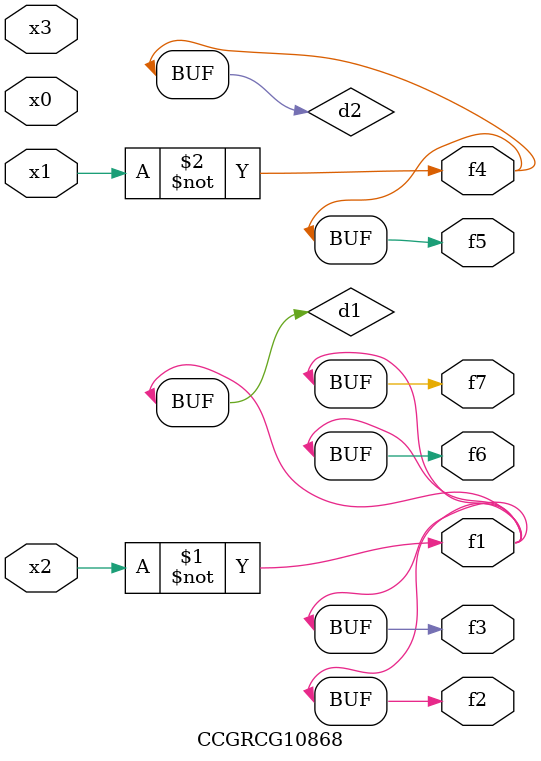
<source format=v>
module CCGRCG10868(
	input x0, x1, x2, x3,
	output f1, f2, f3, f4, f5, f6, f7
);

	wire d1, d2;

	xnor (d1, x2);
	not (d2, x1);
	assign f1 = d1;
	assign f2 = d1;
	assign f3 = d1;
	assign f4 = d2;
	assign f5 = d2;
	assign f6 = d1;
	assign f7 = d1;
endmodule

</source>
